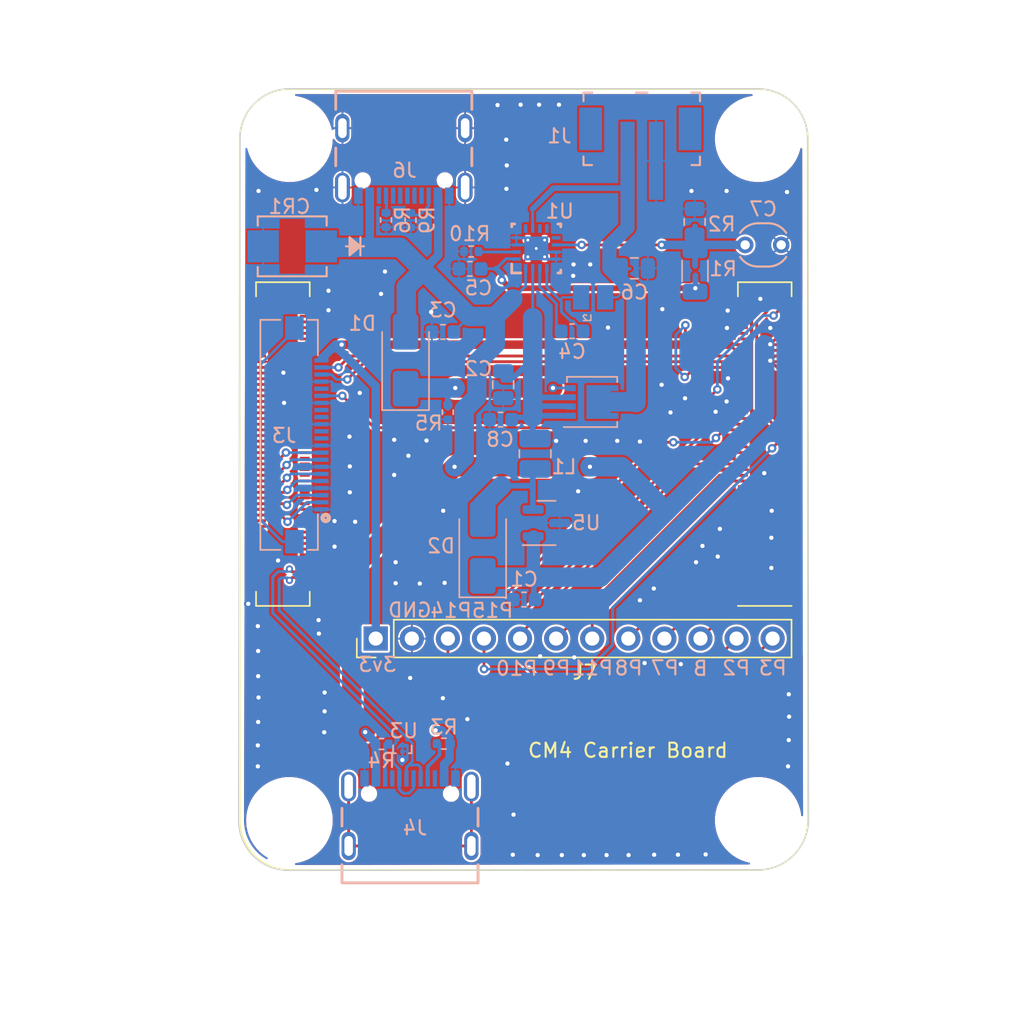
<source format=kicad_pcb>
(kicad_pcb (version 20221018) (generator pcbnew)
  (title_block (title "Raspberry Pi Compute Module 4 Carrier board") (date "2023-07-04") (rev "v01") (comment 2 "creativecommons.org/licenses/by/4.0/") (comment 3 "License: CC BY 4.0") (comment 4 "Author: Iiro Karppanen"))
  (layers (0 "F.Cu" signal) (31 "B.Cu" signal) (34 "B.Paste" user) (35 "F.Paste" user) (36 "B.SilkS" user "B.Silkscreen") (37 "F.SilkS" user "F.Silkscreen") (38 "B.Mask" user) (39 "F.Mask" user) (44 "Edge.Cuts" user))
  (net 0 "")
  (net 1 "+5V")
  (net 2 "GND")
  (net 3 "/CM4 GPIO and power pins/PMID")
  (net 4 "Net-(U1-BTST)")
  (net 5 "Net-(U1-SW)")
  (net 6 "/CM4 GPIO and power pins/REGN")
  (net 7 "Net-(Q1-D)")
  (net 8 "/CM4 GPIO and power pins/TS")
  (net 9 "Net-(D1-K)")
  (net 10 "Net-(D2-A)")
  (net 11 "unconnected-(J3-SHIELD-PadSH1)")
  (net 12 "/CM4 Camera pins/CAM0_D0_N")
  (net 13 "/CM4 Camera pins/CAM0_D0_P")
  (net 14 "/CM4 Camera pins/CAM0_D1_N")
  (net 15 "/CM4 Camera pins/CAM0_D1_P")
  (net 16 "/CM4 Camera pins/CAM0_C_N")
  (net 17 "/CM4 Camera pins/CAM0_C_P")
  (net 22 "CAM_GPIO")
  (net 24 "SCL0")
  (net 25 "SDA0")
  (net 27 "Net-(J4-SHELL_GND-PadS1)")
  (net 29 "/CM4 Camera pins/USB2_N")
  (net 30 "/CM4 Camera pins/USB2_P")
  (net 32 "Net-(J4-CC2)")
  (net 33 "Net-(J4-CC1)")
  (net 39 "Net-(J6-CC2)")
  (net 41 "Net-(J6-CC1)")
  (net 43 "+3.3V")
  (net 44 "/CM4 GPIO and power pins/GPIO14")
  (net 45 "/CM4 GPIO and power pins/GPIO15")
  (net 46 "/CM4 GPIO and power pins/GPIO10")
  (net 47 "/CM4 GPIO and power pins/GPIO9")
  (net 48 "/CM4 GPIO and power pins/GPIO11")
  (net 49 "/CM4 GPIO and power pins/GPIO8")
  (net 50 "/CM4 GPIO and power pins/GPIO7")
  (net 51 "/CM4 GPIO and power pins/nRPIBOOT")
  (net 52 "/CM4 GPIO and power pins/GPIO2")
  (net 53 "/CM4 GPIO and power pins/GPIO3")
  (net 169 "Net-(U1-ICHG_EN)")
  (footprint "Connector_PinHeader_2.54mm:PinHeader_1x12_P2.54mm_Vertical" (layer "F.Cu") (at 136.075 117.2 90)
    (fp_text reference "J7")
    (fp_text value "Conn_01x12_Pin")
  )
  (footprint "CM4IO:Raspberry-Pi-4-Compute-Module" (layer "F.Cu") (at 163 82 180)
    (fp_text reference "Module1" hide)
    (fp_text value "ComputeModule4-CM4")
  )
  (footprint "Resistor_SMD:R_0402_1005Metric" (layer "B.Cu") (at 136.8 87.72 90)
    (fp_text reference "R6")
    (fp_text value "5.1kΩ")
  )
  (footprint "Resistor_SMD:R_0805_2012Metric" (layer "B.Cu") (at 158.525 87.855 90)
    (fp_text reference "R2")
    (fp_text value "22")
  )
  (footprint "Package_TO_SOT_SMD:SOT-23" (layer "B.Cu") (at 148.0925 109.06)
    (fp_text reference "U5")
    (fp_text value "TPS613222ADBZ")
  )
  (footprint "Resistor_SMD:R_1206_3216Metric" (layer "B.Cu") (at 158.55 91.305 90)
    (fp_text reference "R1")
    (fp_text value "4.53")
  )
  (footprint "Resistor_SMD:R_0402_1005Metric" (layer "B.Cu") (at 141.15 101.255 90)
    (fp_text reference "R5")
    (fp_text value "1.1")
  )
  (footprint "BQ25302:RTE0016C" (layer "B.Cu") (at 147.375 89.724997)
    (fp_text reference "U1")
    (fp_text value "BQ25302RTER")
  )
  (footprint "thermistor:CAP_E3C90173_VIS" (layer "B.Cu") (at 163.35 89.475)
    (fp_text reference "C7")
    (fp_text value "NTCLE101E3C90173")
  )
  (footprint "Capacitor_SMD:C_0805_2012Metric" (layer "B.Cu") (at 154.28 91.125)
    (fp_text reference "C6")
    (fp_text value "10uF")
  )
  (footprint "Capacitor_SMD:C_0603_1608Metric" (layer "B.Cu") (at 140.8046 95.6056 180)
    (fp_text reference "C3")
    (fp_text value "2.2uF")
  )
  (footprint "USB4105-GF-A:GCT_USB4105-GF-A" (layer "B.Cu") (at 138.4875 131.805 180)
    (fp_text reference "J4")
    (fp_text value "USB4105-GF-A")
  )
  (footprint "Package_TO_SOT_SMD:Texas_DRT-3" (layer "B.Cu") (at 137.95 124.725)
    (fp_text reference "U3")
    (fp_text value "TPD2EUSB30")
  )
  (footprint "MAKK2016T1R0M:INDC2016X100N" (layer "B.Cu") (at 151.3752 93.1672)
    (fp_text reference "L2")
    (fp_text value "MAKK2016T1R0M")
  )
  (footprint "Resistor_SMD:R_0402_1005Metric" (layer "B.Cu") (at 140.87 124.6 180)
    (fp_text reference "R3")
    (fp_text value "56kΩ")
  )
  (footprint "Capacitor_SMD:C_0603_1608Metric" (layer "B.Cu") (at 146.5196 114.4524 180)
    (fp_text reference "C1")
    (fp_text value "22uF")
  )
  (footprint "Capacitor_SMD:C_0603_1608Metric" (layer "B.Cu") (at 144.8692 101.7778 180)
    (fp_text reference "C8")
    (fp_text value "2.2uF")
  )
  (footprint "USB4105-GF-A:GCT_USB4105-GF-A" (layer "B.Cu") (at 138.05 81.25)
    (fp_text reference "J6")
    (fp_text value "USB4105-GF-A")
  )
  (footprint "SMBJ5-0A-TR:SMB_STM" (layer "B.Cu") (at 130.1947 89.575 180)
    (fp_text reference "CR1")
    (fp_text value "SMBJ5.0A-TR")
  )
  (footprint "Resistor_SMD:R_0402_1005Metric" (layer "B.Cu") (at 138.525 87.73 90)
    (fp_text reference "R9")
    (fp_text value "5.1kΩ")
  )
  (footprint "Capacitor_SMD:C_0603_1608Metric" (layer "B.Cu") (at 142.7096 91.1606 180)
    (fp_text reference "C5")
    (fp_text value "2.2u")
  )
  (footprint "digikey-footprints:PinHeader_1x2_P2mm" (layer "B.Cu") (at 154.8 83.55 180)
    (fp_text reference "J1")
    (fp_text value "B2B-PH-SM4-TB_LF__SN_")
  )
  (footprint "54548-2271:MOLEX_54548-2271" (layer "B.Cu") (at 132.2528 102.85225 90)
    (fp_text reference "J3")
    (fp_text value "54548-2271")
  )
  (footprint "Capacitor_SMD:C_0603_1608Metric" (layer "B.Cu") (at 149.8978 95.5548)
    (fp_text reference "C4")
    (fp_text value "47nF")
  )
  (footprint "Capacitor_SMD:C_0805_2012Metric" (layer "B.Cu") (at 145.05 99.32 -90)
    (fp_text reference "C2")
    (fp_text value "10uF")
  )
  (footprint "Resistor_SMD:R_0402_1005Metric" (layer "B.Cu") (at 136.48 124.625)
    (fp_text reference "R4")
    (fp_text value "56kΩ")
  )
  (footprint "Diode_SMD:D_SMA" (layer "B.Cu") (at 143.605 110.785 90)
    (fp_text reference "D2")
    (fp_text value "CDBA340-HF")
  )
  (footprint "Package_SON:Diodes_PowerDI3333-8" (layer "B.Cu") (at 151.305 100.535)
    (fp_text reference "Q1" hide)
    (fp_text value "DMP3013SFV")
  )
  (footprint "Diode_SMD:D_SMA" (layer "B.Cu") (at 138.175 97.6 90)
    (fp_text reference "D1")
    (fp_text value "CDBA340-HF")
  )
  (footprint "Resistor_SMD:R_0402_1005Metric" (layer "B.Cu") (at 142.7968 89.9414)
    (fp_text reference "R10")
    (fp_text value "20kΩ")
  )
  (footprint "Inductor_SMD:L_1008_2520Metric" (layer "B.Cu") (at 147.2946 104.1826 90)
    (fp_text reference "L1")
    (fp_text value "1.5uH")
  )
  (gr_line (start 166.538702 129.942352) (end 166.475126 81.974874) (stroke (width 0.1)) (layer "Edge.Cuts"))
  (gr_arc (start 126.524874 81.974874) (mid 127.55 79.5) (end 130.024874 78.474874) (stroke (width 0.1)) (layer "Edge.Cuts"))
  (gr_line (start 126.524874 81.974874) (end 126.424874 130.025126) (stroke (width 0.1)) (layer "Edge.Cuts"))
  (gr_line (start 129.924874 133.525126) (end 162.992352 133.488702) (stroke (width 0.1)) (layer "Edge.Cuts"))
  (gr_arc (start 129.924874 133.525126) (mid 127.45 132.5) (end 126.424874 130.025126) (stroke (width 0.1)) (layer "Edge.Cuts"))
  (gr_line (start 162.975126 78.474874) (end 130.024874 78.474874) (stroke (width 0.1)) (layer "Edge.Cuts"))
  (gr_arc (start 166.538702 129.942352) (mid 165.5 132.45) (end 162.992352 133.488702) (stroke (width 0.1)) (layer "Edge.Cuts"))
  (gr_arc (start 162.975126 78.474874) (mid 165.45 79.5) (end 166.475126 81.974874) (stroke (width 0.1)) (layer "Edge.Cuts"))
  (gr_text "P9\n" (at 148.8 119.275) (layer "B.SilkS") (effects (font (size 1 1)) (justify mirror)))
  (gr_text "P3\n" (at 164.025 119.275) (layer "B.SilkS") (effects (font (size 1 1)) (justify mirror)))
  (gr_text "GND" (at 138.475 115.2) (layer "B.SilkS") (effects (font (size 1 1)) (justify mirror)))
  (gr_text "P7\n\n" (at 156.425 120.075) (layer "B.SilkS") (effects (font (size 1 1)) (justify mirror)))
  (gr_text "P14\n" (at 141.375 115.225) (layer "B.SilkS") (effects (font (size 1 1)) (justify mirror)))
  (gr_text "P10" (at 146 119.3) (layer "B.SilkS") (effects (font (size 1 1)) (justify mirror)))
  (gr_text "P15" (at 144.3 115.225) (layer "B.SilkS") (effects (font (size 1 1)) (justify mirror)))
  (gr_text "P8\n" (at 153.875 119.275) (layer "B.SilkS") (effects (font (size 1 1)) (justify mirror)))
  (gr_text "3v3" (at 136.2 119.025) (layer "B.SilkS") (effects (font (size 1 1)) (justify mirror)))
  (gr_text "P11\n" (at 151.325 119.275) (layer "B.SilkS") (effects (font (size 1 1)) (justify mirror)))
  (gr_text "B" (at 158.925 119.3) (layer "B.SilkS") (effects (font (size 1 1)) (justify mirror)))
  (gr_text "P2\n\n" (at 161.45 120.075) (layer "B.SilkS") (effects (font (size 1 1)) (justify mirror)))
  (gr_text "CM4 Carrier Board" (at 153.825 125.075) (layer "F.SilkS") (effects (font (size 1 1))))
  (segment (start 164.175 97.3) (end 163.85 97.625) (width 0.2) (layer "F.Cu") (net 1))
  (segment (start 134.389085 112.335911) (end 141.62501 105.099986) (width 1.36703) (layer "F.Cu") (net 1))
  (segment (start 151.15 105.1) (end 141.625024 105.1) (width 1.36703) (layer "F.Cu") (net 1))
  (segment (start 165 98.1) (end 164.325 98.1) (width 0.2) (layer "F.Cu") (net 1))
  (segment (start 165 96.5) (end 163.875 96.5) (width 0.2) (layer "F.Cu") (net 1))
  (segment (start 163.85 96.975) (end 163.85 96.475) (width 0.2) (layer "F.Cu") (net 1))
  (segment (start 165 97.3) (end 164.175 97.3) (width 0.2) (layer "F.Cu") (net 1))
  (segment (start 164.225 96.1) (end 163.85 96.475) (width 0.2) (layer "F.Cu") (net 1))
  (segment (start 165 96.1) (end 164.225 96.1) (width 0.2) (layer "F.Cu") (net 1))
  (segment (start 134.389085 122.844585) (end 134.389085 112.335911) (width 1.36703) (layer "F.Cu") (net 1))
  (segment (start 164.325 98.1) (end 163.85 97.625) (width 0.2) (layer "F.Cu") (net 1))
  (segment (start 141.625024 105.1) (end 141.62501 105.099986) (width 1.36703) (layer "F.Cu") (net 1))
  (segment (start 163.925 97.7) (end 163.85 97.625) (width 0.2) (layer "F.Cu") (net 1))
  (segment (start 165.000053 96.500053) (end 165 96.5) (width 0.2) (layer "F.Cu") (net 1))
  (segment (start 165 97.7) (end 163.925 97.7) (width 0.2) (layer "F.Cu") (net 1))
  (segment (start 163.925 96.9) (end 163.85 96.975) (width 0.2) (layer "F.Cu") (net 1))
  (segment (start 134.389085 122.844585) (end 135.33475 123.79025) (width 1.36703) (layer "F.Cu") (net 1))
  (segment (start 163.85 97.625) (end 163.85 96.975) (width 0.2) (layer "F.Cu") (net 1))
  (segment (start 165 96.9) (end 163.925 96.9) (width 0.2) (layer "F.Cu") (net 1))
  (segment (start 163.875 96.5) (end 163.85 96.475) (width 0.2) (layer "F.Cu") (net 1))
  (via (at 163.85 96.475) (size 0.6) (drill 0.3) (layers "F.Cu" "B.Cu") (net 1))
  (via (at 140.28975 123.66025) (size 0.6) (drill 0.3) (layers "F.Cu" "B.Cu") (net 1))
  (via (at 163.85 97.625) (size 0.6) (drill 0.3) (layers "F.Cu" "B.Cu") (net 1))
  (via (at 141.62501 105.099986) (size 0.6) (drill 0.3) (layers "F.Cu" "B.Cu") (net 1))
  (via (at 151.15 105.1) (size 0.6) (drill 0.3) (layers "F.Cu" "B.Cu") (net 1))
  (via (at 135.33475 123.79025) (size 0.59) (drill 0.3) (layers "F.Cu" "B.Cu") (net 1))
  (segment (start 144.4875 96.4625) (end 143.19443 97.75557) (width 1.36703) (layer "B.Cu") (net 1))
  (segment (start 139.4125 91.2625) (end 142.6625 94.5125) (width 1.36703) (layer "B.Cu") (net 1))
  (segment (start 141.3 95.625) (end 141.55 95.625) (width 0.2) (layer "B.Cu") (net 1))
  (segment (start 142.6625 94.5125) (end 143.4 94.5125) (width 1.36703) (layer "B.Cu") (net 1))
  (segment (start 141.2649 124.2149) (end 140.71025 123.66025) (width 0.6) (layer "B.Cu") (net 1))
  (segment (start 147.4 112.875) (end 151.9 112.875) (width 1.36703) (layer "B.Cu") (net 1))
  (segment (start 147.2 114.525) (end 147.2 113.075) (width 0.4) (layer "B.Cu") (net 1))
  (segment (start 143.5 94.6125) (end 143.4 94.5125) (width 0.2) (layer "B.Cu") (net 1))
  (segment (start 146.625 91) (end 146.625 92.375) (width 0.2) (layer "B.Cu") (net 1))
  (segment (start 135.4 89.65) (end 137.8 89.65) (width 1.36703) (layer "B.Cu") (net 1))
  (segment (start 136.0951 127.2455) (end 136.0951 124.5506) (width 0.6) (layer "B.Cu") (net 1))
  (segment (start 142.4125 94.5125) (end 142.6625 94.5125) (width 0.2) (layer "B.Cu") (net 1))
  (segment (start 143.6 112.875) (end 147.4 112.875) (width 1.36703) (layer "B.Cu") (net 1))
  (segment (start 140.475 90.2) (end 139.4125 91.2625) (width 0.6) (layer "B.Cu") (net 1))
  (segment (start 140.8948 126.044439) (end 141.2649 125.674339) (width 0.6) (layer "B.Cu") (net 1))
  (segment (start 140.475 86.025) (end 140.475 90.2) (width 0.6) (layer "B.Cu") (net 1))
  (segment (start 151.9 112.875) (end 156.525 108.25) (width 1.36703) (layer "B.Cu") (net 1))
  (segment (start 135.65 86.025) (end 135.65 89.4) (width 0.6) (layer "B.Cu") (net 1))
  (segment (start 143.4 94.5125) (end 144.4875 94.5125) (width 1.36703) (layer "B.Cu") (net 1))
  (segment (start 140.8948 127.2718) (end 140.8948 126.044439) (width 0.6) (layer "B.Cu") (net 1))
  (segment (start 156.525 108.25) (end 153.375 105.1) (width 1.36703) (layer "B.Cu") (net 1))
  (segment (start 136.0942 127.2464) (end 136.0951 127.2455) (width 0.6) (layer "B.Cu") (net 1))
  (segment (start 132.05 89.65) (end 135.4 89.65) (width 1.36703) (layer "B.Cu") (net 1))
  (segment (start 136.0951 124.5506) (end 135.33475 123.79025) (width 0.6) (layer "B.Cu") (net 1))
  (segment (start 141.55 95.625) (end 142.6625 94.5125) (width 0.2) (layer "B.Cu") (net 1))
  (segment (start 163.45 101.325) (end 163.45 97.85) (width 1.36703) (layer "B.Cu") (net 1))
  (segment (start 138.225 92.45) (end 139.4125 91.2625) (width 1.36703) (layer "B.Cu") (net 1))
  (segment (start 147.175 110.05) (end 147.175 112.65) (width 0.95) (layer "B.Cu") (net 1))
  (segment (start 145.725 93.275) (end 144.4875 94.5125) (width 1.36703) (layer "B.Cu") (net 1))
  (segment (start 140.71025 123.66025) (end 140.28975 123.66025) (width 0.6) (layer "B.Cu") (net 1))
  (segment (start 147.2 113.075) (end 147.4 112.875) (width 0.4) (layer "B.Cu") (net 1))
  (segment (start 146.625 92.375) (end 145.725 93.275) (width 0.2) (layer "B.Cu") (net 1))
  (segment (start 163.450053 96.500053) (end 163.45 96.5) (width 0.4) (layer "B.Cu") (net 1))
  (segment (start 142.305915 101.067884) (end 142.305915 104.419081) (width 1.36703) (layer "B.Cu") (net 1))
  (segment (start 143.19443 100.179369) (end 142.305915 101.067884) (width 1.36703) (layer "B.Cu") (net 1))
  (segment (start 156.525 108.25) (end 163.45 101.325) (width 1.36703) (layer "B.Cu") (net 1))
  (segment (start 147.175 112.65) (end 147.4 112.875) (width 0.95) (layer "B.Cu") (net 1))
  (segment (start 144.4875 94.5125) (end 144.4875 96.4625) (width 1.36703) (layer "B.Cu") (net 1))
  (segment (start 142.305915 104.419081) (end 141.62501 105.099986) (width 1.36703) (layer "B.Cu") (net 1))
  (segment (start 135.65 89.4) (end 135.4 89.65) (width 0.6) (layer "B.Cu") (net 1))
  (segment (start 143.19443 97.75557) (end 143.19443 100.179369) (width 1.36703) (layer "B.Cu") (net 1))
  (segment (start 153.375 105.1) (end 151.15 105.1) (width 1.36703) (layer "B.Cu") (net 1))
  (segment (start 137.8 89.65) (end 139.4125 91.2625) (width 1.36703) (layer "B.Cu") (net 1))
  (segment (start 138.225 95.65) (end 138.225 92.45) (width 1.36703) (layer "B.Cu") (net 1))
  (segment (start 141.2649 125.674339) (end 141.2649 124.2149) (width 0.6) (layer "B.Cu") (net 1))
  (segment (start 163.45 97.2) (end 163.45 97.85) (width 1.36703) (layer "B.Cu") (net 1))
  (segment (start 163.45 96.5) (end 163.45 97.2) (width 1.36703) (layer "B.Cu") (net 1))
  (via (at 165.15 124.35) (size 0.6) (drill 0.3) (layers "F.Cu" "B.Cu") (net 2))
  (via (at 137.375 105.675) (size 0.6) (drill 0.3) (layers "F.Cu" "B.Cu") (net 2))
  (via (at 132.75 94.075) (size 0.6) (drill 0.3) (layers "F.Cu" "B.Cu") (net 2))
  (via (at 145.725 132.425) (size 0.6) (drill 0.3) (layers "F.Cu" "B.Cu") (net 2))
  (via (at 134.25 106.9) (size 0.6) (drill 0.3) (layers "F.Cu" "B.Cu") (net 2))
  (via (at 157.85 100.275) (size 0.6) (drill 0.3) (layers "F.Cu" "B.Cu") (net 2))
  (via (at 127.825 85.675) (size 0.6) (drill 0.3) (layers "F.Cu" "B.Cu") (net 2))
  (via (at 147.575 79.6) (size 0.6) (drill 0.3) (layers "F.Cu" "B.Cu") (net 2))
  (via (at 132.05 115.9) (size 0.6) (drill 0.3) (layers "F.Cu" "B.Cu") (net 2))
  (via (at 132.075 116.85) (size 0.6) (drill 0.3) (layers "F.Cu" "B.Cu") (net 2))
  (via (at 153.075 103.275) (size 0.6) (drill 0.3) (layers "F.Cu" "B.Cu") (net 2))
  (via (at 158.3 85.675) (size 0.6) (drill 0.3) (layers "F.Cu" "B.Cu") (net 2))
  (via (at 160.775 85.675) (size 0.6) (drill 0.3) (layers "F.Cu" "B.Cu") (net 2))
  (via (at 127.8 123.075) (size 0.6) (drill 0.3) (layers "F.Cu" "B.Cu") (net 2))
  (via (at 155 118.925) (size 0.6) (drill 0.3) (layers "F.Cu" "B.Cu") (net 2))
  (via (at 137.375 103.2) (size 0.6) (drill 0.3) (layers "F.Cu" "B.Cu") (net 2))
  (via (at 151.175 90.85) (size 0.6) (drill 0.3) (layers "F.Cu" "B.Cu") (net 2))
  (via (at 132.475 121) (size 0.6) (drill 0.3) (layers "F.Cu" "B.Cu") (net 2))
  (via (at 139.65 103.25) (size 0.6) (drill 0.3) (layers "F.Cu" "B.Cu") (net 2))
  (via (at 140.925 113.275) (size 0.6) (drill 0.3) (layers "F.Cu" "B.Cu") (net 2))
  (via (at 163.925 112.225) (size 0.6) (drill 0.3) (layers "F.Cu" "B.Cu") (net 2))
  (via (at 139.175 113.325) (size 0.6) (drill 0.3) (layers "F.Cu" "B.Cu") (net 2))
  (via (at 146.275 79.6) (size 0.6) (drill 0.3) (layers "F.Cu" "B.Cu") (net 2))
  (via (at 149.975 91.65) (size 0.6) (drill 0.3) (layers "F.Cu" "B.Cu") (net 2))
  (via (at 163.925 110.1) (size 0.6) (drill 0.3) (layers "F.Cu" "B.Cu") (net 2))
  (via (at 138.5 119.975) (size 0.6) (drill 0.3) (layers "F.Cu" "B.Cu") (net 2))
  (via (at 127.775 116.325) (size 0.6) (drill 0.3) (layers "F.Cu" "B.Cu") (net 2))
  (via (at 156.25 94) (size 0.6) (drill 0.3) (layers "F.Cu" "B.Cu") (net 2))
  (via (at 145.275 85.525) (size 0.6) (drill 0.3) (layers "F.Cu" "B.Cu") (net 2))
  (via (at 134.95 99.9) (size 0.6) (drill 0.3) (layers "F.Cu" "B.Cu") (net 2))
  (via (at 150.85 103.275) (size 0.6) (drill 0.3) (layers "F.Cu" "B.Cu") (net 2))
  (via (at 154.675 114.5) (size 0.6) (drill 0.3) (layers "F.Cu" "B.Cu") (net 2))
  (via (at 160.85 94.1) (size 0.6) (drill 0.3) (layers "F.Cu" "B.Cu") (net 2))
  (via (at 132.75 92.7) (size 0.6) (drill 0.3) (layers "F.Cu" "B.Cu") (net 2))
  (via (at 134.225 102.975) (size 0.6) (drill 0.3) (layers "F.Cu" "B.Cu") (net 2))
  (via (at 160.15 111.425) (size 0.6) (drill 0.3) (layers "F.Cu" "B.Cu") (net 2))
  (via (at 163.85 95.325) (size 0.6) (drill 0.3) (layers "F.Cu" "B.Cu") (net 2))
  (via (at 150.725 132.45) (size 0.6) (drill 0.3) (layers "F.Cu" "B.Cu") (net 2))
  (via (at 127.825 121.35) (size 0.6) (drill 0.3) (layers "F.Cu" "B.Cu") (net 2))
  (via (at 165.175 122.7) (size 0.6) (drill 0.3) (layers "F.Cu" "B.Cu") (net 2))
  (via (at 129.575 98.475) (size 0.6) (drill 0.3) (layers "F.Cu" "B.Cu") (net 2))
  (via (at 132.475 122.325) (size 0.6) (drill 0.3) (layers "F.Cu" "B.Cu") (net 2))
  (via (at 145.3 83.875) (size 0.6) (drill 0.3) (layers "F.Cu" "B.Cu") (net 2))
  (via (at 127.8 119.85) (size 0.6) (drill 0.3) (layers "F.Cu" "B.Cu") (net 2))
  (via (at 159.3 132.4) (size 0.6) (drill 0.3) (layers "F.Cu" "B.Cu") (net 2))
  (via (at 158.625 111.825) (size 0.6) (drill 0.3) (layers "F.Cu" "B.Cu") (net 2))
  (via (at 160 101.225) (size 0.6) (drill 0.3) (layers "F.Cu" "B.Cu") (net 2))
  (via (at 145.775 129.6) (size 0.6) (drill 0.3) (layers "F.Cu" "B.Cu") (net 2))
  (via (at 155.65 113.675) (size 0.6) (drill 0.3) (layers "F.Cu" "B.Cu") (net 2))
  (via (at 129.625 100.6) (size 0.6) (drill 0.3) (layers "F.Cu" "B.Cu") (net 2))
  (via (at 133.175 110.725) (size 0.6) (drill 0.3) (layers "F.Cu" "B.Cu") (net 2))
  (via (at 138.375 104.325) (size 0.6) (drill 0.3) (layers "F.Cu" "B.Cu") (net 2))
  (via (at 134.25 105.075) (size 0.6) (drill 0.3) (layers "F.Cu" "B.Cu") (net 2))
  (via (at 144.65 79.625) (size 0.6) (drill 0.3) (layers "F.Cu" "B.Cu") (net 2))
  (via (at 163.15 93.275) (size 0.6) (drill 0.3) (layers "F.Cu" "B.Cu") (net 2))
  (via (at 145.35 126) (size 0.6) (drill 0.3) (layers "F.Cu" "B.Cu") (net 2))
  (via (at 163.95 108.2) (size 0.6) (drill 0.3) (layers "F.Cu" "B.Cu") (net 2))
  (via (at 136.725 91.35) (size 0.6) (drill 0.3) (layers "F.Cu" "B.Cu") (net 2))
  (via (at 140.8 121.4) (size 0.6) (drill 0.3) (layers "F.Cu" "B.Cu") (net 2))
  (via (at 131.9 85.6) (size 0.6) (drill 0.3) (layers "F.Cu" "B.Cu") (net 2))
  (via (at 150 90.85) (size 0.6) (drill 0.3) (layers "F.Cu" "B.Cu") (net 2))
  (via (at 147.65 118.45) (size 0.6) (drill 0.3) (layers "F.Cu" "B.Cu") (net 2))
  (via (at 132.45 123.8) (size 0.6) (drill 0.3) (layers "F.Cu" "B.Cu") (net 2))
  (via (at 145.262537 82.059813) (size 0.6) (drill 0.3) (layers "F.Cu" "B.Cu") (net 2))
  (via (at 133.175 108.925) (size 0.6) (drill 0.3) (layers "F.Cu" "B.Cu") (net 2))
  (via (at 136.45 92.925) (size 0.6) (drill 0.3) (layers "F.Cu" "B.Cu") (net 2))
  (via (at 153.875 132.45) (size 0.6) (drill 0.3) (layers "F.Cu" "B.Cu") (net 2))
  (via (at 160.3 109.475) (size 0.6) (drill 0.3) (layers "F.Cu" "B.Cu") (net 2))
  (via (at 152.425 95.3) (size 0.6) (drill 0.3) (layers "F.Cu" "B.Cu") (net 2))
  (via (at 160.875 98.875) (size 0.6) (drill 0.3) (layers "F.Cu" "B.Cu") (net 2))
  (via (at 157.55 119) (size 0.6) (drill 0.3) (layers "F.Cu" "B.Cu") (net 2))
  (via (at 154.675 103.325) (size 0.6) (drill 0.3) (layers "F.Cu" "B.Cu") (net 2))
  (via (at 157.35 132.425) (size 0.6) (drill 0.3) (layers "F.Cu" "B.Cu") (net 2))
  (via (at 148.975 79.6) (size 0.6) (drill 0.3) (layers "F.Cu" "B.Cu") (net 2))
  (via (at 156.2 99.325) (size 0.6) (drill 0.3) (layers "F.Cu" "B.Cu") (net 2))
  (via (at 165.15 121.125) (size 0.6) (drill 0.3) (layers "F.Cu" "B.Cu") (net 2))
  (via (at 160.8 95.325) (size 0.6) (drill 0.3) (layers "F.Cu" "B.Cu") (net 2))
  (via (at 150.325 106.825) (size 0.6) (drill 0.3) (layers "F.Cu" "B.Cu") (net 2))
  (via (at 148.775 103.275) (size 0.6) (drill 0.3) (layers "F.Cu" "B.Cu") (net 2))
  (via (at 139.975 94.2) (size 0.6) (drill 0.3) (layers "F.Cu" "B.Cu") (net 2))
  (via (at 127.8 118.075) (size 0.6) (drill 0.3) (layers "F.Cu" "B.Cu") (net 2))
  (via (at 163.425 105.55) (size 0.6) (drill 0.3) (layers "F.Cu" "B.Cu") (net 2))
  (via (at 142.525 122.875) (size 0.6) (drill 0.3) (layers "F.Cu" "B.Cu") (net 2))
  (via (at 127.1 114.75) (size 0.6) (drill 0.3) (layers "F.Cu" "B.Cu") (net 2))
  (via (at 152.325 132.45) (size 0.6) (drill 0.3) (layers "F.Cu" "B.Cu") (net 2))
  (via (at 127.775 126.2) (size 0.6) (drill 0.3) (layers "F.Cu" "B.Cu") (net 2))
  (via (at 149.175 132.45) (size 0.6) (drill 0.3) (layers "F.Cu" "B.Cu") (net 2))
  (via (at 134.625 108.975) (size 0.6) (drill 0.3) (layers "F.Cu" "B.Cu") (net 2))
  (via (at 165.025 85.75) (size 0.6) (drill 0.3) (layers "F.Cu" "B.Cu") (net 2))
  (via (at 160.775 100.5) (size 0.6) (drill 0.3) (layers "F.Cu" "B.Cu") (net 2))
  (via (at 156.825 101.275) (size 0.6) (drill 0.3) (layers "F.Cu" "B.Cu") (net 2))
  (via (at 140.825 108.2) (size 0.6) (drill 0.3) (layers "F.Cu" "B.Cu") (net 2))
  (via (at 129.2 111.7) (size 0.6) (drill 0.3) (layers "F.Cu" "B.Cu") (net 2))
  (via (at 137.95 125.75) (size 0.6) (drill 0.3) (layers "F.Cu" "B.Cu") (net 2))
  (via (at 165.1 126.2) (size 0.6) (drill 0.3) (layers "F.Cu" "B.Cu") (net 2))
  (via (at 155.675 132.425) (size 0.6) (drill 0.3) (layers "F.Cu" "B.Cu") (net 2))
  (via (at 127.775 124.725) (size 0.6) (drill 0.3) (layers "F.Cu" "B.Cu") (net 2))
  (via (at 147.475 132.45) (size 0.6) (drill 0.3) (layers "F.Cu" "B.Cu") (net 2))
  (via (at 159.075 110.675) (size 0.6) (drill 0.3) (layers "F.Cu" "B.Cu") (net 2))
  (via (at 150.05 118.525) (size 0.6) (drill 0.3) (layers "F.Cu" "B.Cu") (net 2))
  (via (at 137.475 113.3) (size 0.6) (drill 0.3) (layers "F.Cu" "B.Cu") (net 2))
  (via (at 137.475 111.825) (size 0.6) (drill 0.3) (layers "F.Cu" "B.Cu") (net 2))
  (segment (start 145.975 89.475) (end 147.125 89.475) (width 0.2) (layer "B.Cu") (net 2))
  (segment (start 148.775 90.475001) (end 148.125004 90.475001) (width 0.2) (layer "B.Cu") (net 2))
  (segment (start 146.625004 88.975001) (end 147.375003 89.725) (width 0.2) (layer "B.Cu") (net 2))
  (segment (start 148.775 89.975002) (end 147.625005 89.975002) (width 0.2) (layer "B.Cu") (net 2))
  (segment (start 145.975 88.975001) (end 146.625004 88.975001) (width 0.2) (layer "B.Cu") (net 2))
  (segment (start 148.125004 90.475001) (end 147.375003 89.725) (width 0.2) (layer "B.Cu") (net 2))
  (segment (start 147.625005 89.975002) (end 147.375003 89.725) (width 0.2) (layer "B.Cu") (net 2))
  (segment (start 147.125 89.475) (end 147.375 89.725) (width 0.2) (layer "B.Cu") (net 2))
  (segment (start 149.805 100.21) (end 147.225 100.21) (width 0.4) (layer "B.Cu") (net 3))
  (segment (start 147.125 90.925) (end 147.125 94.6) (width 0.2) (layer "B.Cu") (net 3))
  (segment (start 145.797 101.625) (end 145.6442 101.7778) (width 0.4) (layer "B.Cu") (net 3))
  (segment (start 146.9722 101.7778) (end 147.125 101.625) (width 0.1524) (layer "B.Cu") (net 3))
  (segment (start 147.125 97.475) (end 147.125 94.6) (width 1.36703) (layer "B.Cu") (net 3))
  (segment (start 147.15 100.835) (end 147.125 100.86) (width 0.4) (layer "B.Cu") (net 3))
  (segment (start 149.755 101.51) (end 147.24 101.51) (width 0.4) (layer "B.Cu") (net 3))
  (segment (start 147.13 101.63) (end 147.125 101.625) (width 0.4) (layer "B.Cu") (net 3))
  (segment (start 147.125 101.625) (end 145.797 101.625) (width 0.4) (layer "B.Cu") (net 3))
  (segment (start 149.805 100.835) (end 147.15 100.835) (width 0.4) (layer "B.Cu") (net 3))
  (segment (start 147.125 102.938) (end 147.2946 103.1076) (width 0.4) (layer "B.Cu") (net 3))
  (segment (start 147.125 100.11) (end 147.125 100.86) (width 1.36703) (layer "B.Cu") (net 3))
  (segment (start 147.125 97.475) (end 147.125 100.11) (width 1.36703) (layer "B.Cu") (net 3))
  (segment (start 147.125 100.86) (end 147.125 101.625) (width 1.36703) (layer "B.Cu") (net 3))
  (segment (start 147.225 100.21) (end 147.125 100.11) (width 0.4) (layer "B.Cu") (net 3))
  (segment (start 145.05 98.975) (end 145.625 98.975) (width 0.4) (layer "B.Cu") (net 3))
  (segment (start 145.625 98.975) (end 147.125 97.475) (width 0.4) (layer "B.Cu") (net 3))
  (segment (start 147.125 101.625) (end 147.125 102.938) (width 0.4) (layer "B.Cu") (net 3))
  (segment (start 147.24 101.51) (end 147.125 101.625) (width 0.4) (layer "B.Cu") (net 3))
  (segment (start 147.6175 91.135) (end 147.6175 92.435) (width 0.2) (layer "B.Cu") (net 4))
  (segment (start 147.6175 92.435) (end 148.7925 93.61) (width 0.2) (layer "B.Cu") (net 4))
  (segment (start 148.7925 93.61) (end 148.7925 95.2245) (width 0.2) (layer "B.Cu") (net 4))
  (segment (start 148.7925 95.2245) (end 149.1228 95.5548) (width 0.2) (layer "B.Cu") (net 4))
  (segment (start 149.1449 93.464031) (end 149.036534 93.355666) (width 0.2) (layer "B.Cu") (net 5))
  (segment (start 149.1449 94.1793) (end 149.1449 93.464031) (width 0.2) (layer "B.Cu") (net 5))
  (segment (start 149.225 93.1672) (end 149.036534 93.355666) (width 0.1524) (layer "B.Cu") (net 5))
  (segment (start 149.9454 94.8274) (end 149.793 94.8274) (width 0.2) (layer "B.Cu") (net 5))
  (segment (start 148.1175 92.436632) (end 148.1175 91.11) (width 0.2) (layer "B.Cu") (net 5))
  (segment (start 149.793 94.8274) (end 149.1449 94.1793) (width 0.2) (layer "B.Cu") (net 5))
  (segment (start 149.036534 93.355666) (end 148.1175 92.436632) (width 0.2) (layer "B.Cu") (net 5))
  (segment (start 150.5282 93.1672) (end 149.225 93.1672) (width 0.1524) (layer "B.Cu") (net 5))
  (segment (start 150.6728 95.5548) (end 149.9454 94.8274) (width 0.2) (layer "B.Cu") (net 5))
  (segment (start 145.525 92.525) (end 144.95 91.95) (width 0.4) (layer "F.Cu") (net 6))
  (segment (start 158.575 92.525) (end 145.525 92.525) (width 0.4) (layer "F.Cu") (net 6))
  (via (at 158.575 92.525) (size 0.6) (drill 0.3) (layers "F.Cu" "B.Cu") (net 6))
  (via (at 144.95 91.95) (size 0.6) (drill 0.3) (layers "F.Cu" "B.Cu") (net 6))
  (segment (start 145.25 90.45) (end 145.975 90.45) (width 0.2) (layer "B.Cu") (net 6))
  (segment (start 145.25 90.45) (end 144.55 91.15) (width 0.2) (layer "B.Cu") (net 6))
  (segment (start 144.95 91.95) (end 144.95 91.55) (width 0.4) (layer "B.Cu") (net 6))
  (segment (start 144.55 91.15) (end 143.25 91.15) (width 0.2) (layer "B.Cu") (net 6))
  (segment (start 158.575 91.625) (end 158.575 92.525) (width 0.4) (layer "B.Cu") (net 6))
  (segment (start 144.95 91.55) (end 144.55 91.15) (width 0.4) (layer "B.Cu") (net 6))
  (segment (start 145.975 90.45) (end 146 90.475) (width 0.2) (layer "B.Cu") (net 6))
  (segment (start 152.575 91.15) (end 152.525 91.1) (width 0.2) (layer "B.Cu") (net 7))
  (segment (start 152.525 91.1332) (end 152.525 91.1) (width 1) (layer "B.Cu") (net 7))
  (segment (start 147.1175 88.31) (end 147.1175 86.935) (width 0.2) (layer "B.Cu") (net 7))
  (segment (start 152.525 89.525) (end 152.525 91.1) (width 1) (layer "B.Cu") (net 7))
  (segment (start 153.0858 93.1672) (end 153.8224 92.4306) (width 0.1524) (layer "B.Cu") (net 7))
  (segment (start 152.2222 93.1672) (end 153.0858 93.1672) (width 0.1524) (layer "B.Cu") (net 7))
  (segment (start 153.975 91.15) (end 152.575 91.15) (width 0.2) (layer "B.Cu") (net 7))
  (segment (start 154.4 100.575) (end 154.35 100.525) (width 1.36703) (layer "B.Cu") (net 7))
  (segment (start 154.4 93.0082) (end 154.4 100.575) (width 1.36703) (layer "B.Cu") (net 7))
  (segment (start 148.5775 85.475) (end 153.8 85.475) (width 0.4) (layer "B.Cu") (net 7))
  (segment (start 154.35 100.525) (end 151.8 100.525) (width 1.36703) (layer "B.Cu") (net 7))
  (segment (start 152.5425 89.5425) (end 152.525 89.525) (width 0.2) (layer "B.Cu") (net 7))
  (segment (start 153.8 88.25) (end 152.525 89.525) (width 1) (layer "B.Cu") (net 7))
  (segment (start 153.8 83.2) (end 153.8 88.25) (width 1) (layer "B.Cu") (net 7))
  (segment (start 147.1175 86.935) (end 148.5775 85.475) (width 0.4) (layer "B.Cu") (net 7))
  (segment (start 153.8224 92.4306) (end 152.525 91.1332) (width 1) (layer "B.Cu") (net 7))
  (segment (start 153.8224 92.4306) (end 154.4 93.0082) (width 1.36703) (layer "B.Cu") (net 7))
  (segment (start 150.575 89.475) (end 156.2 89.475) (width 0.2) (layer "F.Cu") (net 8))
  (via (at 156.2 89.475) (size 0.6) (drill 0.3) (layers "F.Cu" "B.Cu") (net 8))
  (via (at 150.575 89.475) (size 0.6) (drill 0.3) (layers "F.Cu" "B.Cu") (net 8))
  (segment (start 158.6 89.475) (end 156.2 89.475) (width 0.6) (layer "B.Cu") (net 8))
  (segment (start 162.1 89.475) (end 158.6 89.475) (width 0.6) (layer "B.Cu") (net 8))
  (segment (start 158.55 89.525) (end 158.6 89.475) (width 0.4) (layer "B.Cu") (net 8))
  (segment (start 148.8 89.475) (end 150.575 89.475) (width 0.2) (layer "B.Cu") (net 8))
  (segment (start 158.55 90.95) (end 158.55 89.525) (width 0.4) (layer "B.Cu") (net 8))
  (segment (start 158.55 89.425) (end 158.6 89.475) (width 0.4) (layer "B.Cu") (net 8))
  (segment (start 158.55 88.175) (end 158.55 89.425) (width 0.4) (layer "B.Cu") (net 8))
  (segment (start 148.55 99.55) (end 141.675 99.55) (width 1.36703) (layer "F.Cu") (net 9))
  (via (at 141.675 99.55) (size 0.6) (drill 0.3) (layers "F.Cu" "B.Cu") (net 9))
  (via (at 148.55 99.55) (size 0.6) (drill 0.3) (layers "F.Cu" "B.Cu") (net 9))
  (segment (start 141.15 99.725) (end 140.975 99.55) (width 0.4) (layer "B.Cu") (net 9))
  (segment (start 140.975 99.55) (end 138.25 99.55) (width 1.36703) (layer "B.Cu") (net 9))
  (segment (start 149.85 99.55) (end 148.55 99.55) (width 0.2) (layer "B.Cu") (net 9))
  (segment (start 138.25 99.55) (end 138.225 99.525) (width 1.36703) (layer "B.Cu") (net 9))
  (segment (start 141.675 99.55) (end 140.975 99.55) (width 1.36703) (layer "B.Cu") (net 9))
  (segment (start 141.15 100.95) (end 141.15 99.725) (width 0.4) (layer "B.Cu") (net 9))
  (segment (start 147.13 105.4222) (end 147.2946 105.2576) (width 0.4) (layer "B.Cu") (net 10))
  (segment (start 147.13 106.435) (end 144.93 106.435) (width 0.4) (layer "B.Cu") (net 10))
  (segment (start 147.13 106.435) (end 147.13 108.01) (width 0.4) (layer "B.Cu") (net 10))
  (segment (start 147.13 106.435) (end 147.13 105.4222) (width 0.4) (layer "B.Cu") (net 10))
  (segment (start 144.93 106.435) (end 143.555 107.81) (width 1.36703) (layer "B.Cu") (net 10))
  (segment (start 143.555 107.81) (end 143.555 109.035) (width 1.36703) (layer "B.Cu") (net 10))
  (segment (start 127.975 108.84945) (end 129.5028 110.37725) (width 0.2) (layer "B.Cu") (net 11))
  (segment (start 130.3528 95.32725) (end 130.3528 95.50225) (width 0.2) (layer "B.Cu") (net 11))
  (segment (start 127.975 97.88005) (end 127.975 108.84945) (width 0.2) (layer "B.Cu") (net 11))
  (segment (start 129.5028 110.37725) (end 130.3528 110.37725) (width 0.2) (layer "B.Cu") (net 11))
  (segment (start 130.3528 95.50225) (end 127.975 97.88005) (width 0.2) (layer "B.Cu") (net 11))
  (segment (start 128 108.1) (end 128.988731 108.1) (width 0.2) (layer "F.Cu") (net 12))
  (segment (start 128.988731 108.1) (end 129.863709 108.974978) (width 0.2) (layer "F.Cu") (net 12))
  (via (at 129.863709 108.974978) (size 0.6) (drill 0.3) (layers "F.Cu" "B.Cu") (net 12))
  (segment (start 132.2528 107.60225) (end 131.236437 107.60225) (width 0.2) (layer "B.Cu") (net 12))
  (segment (start 131.236437 107.60225) (end 129.863709 108.974978) (width 0.2) (layer "B.Cu") (net 12))
  (segment (start 129.73726 107.7) (end 129.825 107.78774) (width 0.2) (layer "F.Cu") (net 13))
  (segment (start 128 107.7) (end 129.73726 107.7) (width 0.2) (layer "F.Cu") (net 13))
  (via (at 129.825 107.78774) (size 0.6) (drill 0.3) (layers "F.Cu" "B.Cu") (net 13))
  (segment (start 132.2528 107.10225) (end 130.51049 107.10225) (width 0.2) (layer "B.Cu") (net 13))
  (segment (start 130.51049 107.10225) (end 129.825 107.78774) (width 0.2) (layer "B.Cu") (net 13))
  (segment (start 128 106.9) (end 129.675 106.9) (width 0.2) (layer "F.Cu") (net 14))
  (segment (start 129.675 106.9) (end 129.85 106.725) (width 0.2) (layer "F.Cu") (net 14))
  (via (at 129.85 106.725) (size 0.6) (drill 0.3) (layers "F.Cu" "B.Cu") (net 14))
  (segment (start 132.2528 106.10225) (end 130.47275 106.10225) (width 0.2) (layer "B.Cu") (net 14))
  (segment (start 130.47275 106.10225) (end 129.85 106.725) (width 0.2) (layer "B.Cu") (net 14))
  (segment (start 128 106.5) (end 129.2 106.5) (width 0.2) (layer "F.Cu") (net 15))
  (segment (start 129.2 106.5) (end 129.825 105.875) (width 0.2) (layer "F.Cu") (net 15))
  (via (at 129.825 105.875) (size 0.6) (drill 0.3) (layers "F.Cu" "B.Cu") (net 15))
  (segment (start 130.09775 105.60225) (end 129.825 105.875) (width 0.2) (layer "B.Cu") (net 15))
  (segment (start 132.2528 105.60225) (end 130.09775 105.60225) (width 0.2) (layer "B.Cu") (net 15))
  (segment (start 128 105.7) (end 129.075 105.7) (width 0.2) (layer "F.Cu") (net 16))
  (segment (start 129.075 105.7) (end 129.8 104.975) (width 0.2) (layer "F.Cu") (net 16))
  (via (at 129.8 104.975) (size 0.6) (drill 0.3) (layers "F.Cu" "B.Cu") (net 16))
  (segment (start 132.2528 104.60225) (end 130.17275 104.60225) (width 0.2) (layer "B.Cu") (net 16))
  (segment (start 130.17275 104.60225) (end 129.8 104.975) (width 0.2) (layer "B.Cu") (net 16))
  (segment (start 128 105.3) (end 128.55 105.3) (width 0.2) (layer "F.Cu") (net 17))
  (segment (start 128.55 105.3) (end 129.75 104.099998) (width 0.2) (layer "F.Cu") (net 17))
  (via (at 129.75 104.099998) (size 0.6) (drill 0.3) (layers "F.Cu" "B.Cu") (net 17))
  (segment (start 129.752252 104.10225) (end 129.75 104.099998) (width 0.2) (layer "B.Cu") (net 17))
  (segment (start 132.2528 104.10225) (end 129.752252 104.10225) (width 0.2) (layer "B.Cu") (net 17))
  (segment (start 135.972748 102.35) (end 133.724998 100.10225) (width 0.2) (layer "F.Cu") (net 22))
  (segment (start 164.435134 94.1) (end 164.082365 94.452769) (width 0.2) (layer "F.Cu") (net 22))
  (segment (start 160.125 99.65) (end 157.425 102.35) (width 0.2) (layer "F.Cu") (net 22))
  (segment (start 165 94.1) (end 164.435134 94.1) (width 0.2) (layer "F.Cu") (net 22))
  (segment (start 157.425 102.35) (end 135.972748 102.35) (width 0.2) (layer "F.Cu") (net 22))
  (via (at 160.125 99.65) (size 0.6) (drill 0.3) (layers "F.Cu" "B.Cu") (net 22))
  (via (at 133.724998 100.10225) (size 0.6) (drill 0.3) (layers "F.Cu" "B.Cu") (net 22))
  (via (at 164.082365 94.452769) (size 0.6) (drill 0.3) (layers "F.Cu" "B.Cu") (net 22))
  (segment (start 160.125 97.681212) (end 163.353443 94.452769) (width 0.2) (layer "B.Cu") (net 22))
  (segment (start 160.125 99.65) (end 160.125 97.681212) (width 0.2) (layer "B.Cu") (net 22))
  (segment (start 132.2528 100.10225) (end 133.724998 100.10225) (width 0.2) (layer "B.Cu") (net 22))
  (segment (start 163.353443 94.452769) (end 164.082365 94.452769) (width 0.2) (layer "B.Cu") (net 22))
  (segment (start 161.92 97.7) (end 135.325 97.7) (width 0.2) (layer "F.Cu") (net 24))
  (segment (start 135.325 97.7) (end 134.075 98.95) (width 0.2) (layer "F.Cu") (net 24))
  (via (at 134.075 98.95) (size 0.6) (drill 0.3) (layers "F.Cu" "B.Cu") (net 24))
  (segment (start 132.2528 98.60225) (end 132.9528 98.60225) (width 0.2) (layer "B.Cu") (net 24))
  (segment (start 133.30055 98.95) (end 134.075 98.95) (width 0.2) (layer "B.Cu") (net 24))
  (segment (start 132.9528 98.60225) (end 133.30055 98.95) (width 0.2) (layer "B.Cu") (net 24))
  (segment (start 161.92 97.3) (end 134.252256 97.3) (width 0.2) (layer "F.Cu") (net 25))
  (segment (start 134.252256 97.3) (end 133.450006 98.10225) (width 0.2) (layer "F.Cu") (net 25))
  (via (at 133.450006 98.10225) (size 0.6) (drill 0.3) (layers "F.Cu" "B.Cu") (net 25))
  (segment (start 132.2528 98.10225) (end 133.450006 98.10225) (width 0.2) (layer "B.Cu") (net 25))
  (segment (start 142.8075 127.625) (end 142.8075 131.805) (width 0.2) (layer "F.Cu") (net 27))
  (segment (start 134.1675 127.625) (end 134.1675 131.805) (width 0.2) (layer "F.Cu") (net 27))
  (segment (start 134.1675 131.805) (end 142.8075 131.805) (width 0.2) (layer "F.Cu") (net 27))
  (segment (start 130.2 112.9) (end 130 113.1) (width 0.2) (layer "F.Cu") (net 29))
  (segment (start 131.08 112.9) (end 130.2 112.9) (width 0.2) (layer "F.Cu") (net 29))
  (via (at 130 113.1) (size 0.508) (drill 0.254) (layers "F.Cu" "B.Cu") (net 29))
  (segment (start 138.65 125.85) (end 138.65 124.5818) (width 0.2) (layer "B.Cu") (net 29))
  (segment (start 129.825001 112.925001) (end 130 113.1) (width 0.2) (layer "B.Cu") (net 29))
  (segment (start 138.25 127.0375) (end 138.2375 127.05) (width 0.2) (layer "B.Cu") (net 29))
  (segment (start 129.275 115.2068) (end 129.275 113.0432) (width 0.2) (layer "B.Cu") (net 29))
  (segment (start 139.2375 126.275) (end 139.0625 126.1) (width 0.2) (layer "B.Cu") (net 29))
  (segment (start 139.2375 127.05) (end 139.2375 126.275) (width 0.2) (layer "B.Cu") (net 29))
  (segment (start 129.393199 112.925001) (end 129.825001 112.925001) (width 0.2) (layer "B.Cu") (net 29))
  (segment (start 138.4125 126.1) (end 138.2375 126.275) (width 0.2) (layer "B.Cu") (net 29))
  (segment (start 139.0625 126.1) (end 138.4125 126.1) (width 0.2) (layer "B.Cu") (net 29))
  (segment (start 138.2375 126.2625) (end 138.65 125.85) (width 0.2) (layer "B.Cu") (net 29))
  (segment (start 129.275 113.0432) (end 129.393199 112.925001) (width 0.2) (layer "B.Cu") (net 29))
  (segment (start 138.2375 126.275) (end 138.2375 127.05) (width 0.2) (layer "B.Cu") (net 29))
  (segment (start 138.2375 127.05) (end 138.2375 126.2625) (width 0.2) (layer "B.Cu") (net 29))
  (segment (start 138.65 124.5818) (end 129.275 115.2068) (width 0.2) (layer "B.Cu") (net 29))
  (segment (start 131.08 112.5) (end 130.2 112.5) (width 0.2) (layer "F.Cu") (net 30))
  (segment (start 130.2 112.5) (end 130 112.3) (width 0.2) (layer "F.Cu") (net 30))
  (via (at 130 112.3) (size 0.508) (drill 0.254) (layers "F.Cu" "B.Cu") (net 30))
  (segment (start 137.7375 127.05) (end 137.7375 127.825) (width 0.2) (layer "B.Cu") (net 30))
  (segment (start 137.3 124.75) (end 137.5 124.55) (width 0.2) (layer "B.Cu") (net 30))
  (segment (start 128.825 115.3932) (end 128.825 112.8568) (width 0.2) (layer "B.Cu") (net 30))
  (segment (start 138.0125 128.1) (end 138.4 128.1) (width 0.2) (layer "B.Cu") (net 30))
  (segment (start 137.7375 126.3875) (end 137.3 125.95) (width 0.2) (layer "B.Cu") (net 30))
  (segment (start 129.206801 112.474999) (end 129.825001 112.474999) (width 0.2) (layer "B.Cu") (net 30))
  (segment (start 137.3 125.95) (end 137.3 124.75) (width 0.2) (layer "B.Cu") (net 30))
  (segment (start 137.5 124.55) (end 137.5 124.0682) (width 0.2) (layer "B.Cu") (net 30))
  (segment (start 137.7375 127.825) (end 138.0125 128.1) (width 0.2) (layer "B.Cu") (net 30))
  (segment (start 138.7375 127.7625) (end 138.7375 127.05) (width 0.2) (layer "B.Cu") (net 30))
  (segment (start 129.825001 112.474999) (end 130 112.3) (width 0.2) (layer "B.Cu") (net 30))
  (segment (start 137.5 124.0682) (end 128.825 115.3932) (width 0.2) (layer "B.Cu") (net 30))
  (segment (start 128.825 112.8568) (end 129.206801 112.474999) (width 0.2) (layer "B.Cu") (net 30))
  (segment (start 137.7375 127.05) (end 137.7375 126.3875) (width 0.2) (layer "B.Cu") (net 30))
  (segment (start 138.4 128.1) (end 138.7375 127.7625) (width 0.2) (layer "B.Cu") (net 30))
  (segment (start 136.7292 127.2718) (end 136.7292 124.6048) (width 0.25) (layer "B.Cu") (net 32))
  (segment (start 139.7264 127.2718) (end 139.7264 126.2236) (width 0.25) (layer "B.Cu") (net 33))
  (segment (start 140.5646 125.3854) (end 140.5646 124.5794) (width 0.25) (layer "B.Cu") (net 33))
  (segment (start 139.7264 126.2236) (end 140.5646 125.3854) (width 0.25) (layer "B.Cu") (net 33))
  (segment (start 139.8 86.7348) (end 139.1598 87.375) (width 0.2) (layer "B.Cu") (net 39))
  (segment (start 139.1598 87.375) (end 138.525 87.375) (width 0.2) (layer "B.Cu") (net 39))
  (segment (start 139.8 85.975) (end 139.8 86.7348) (width 0.2) (layer "B.Cu") (net 39))
  (segment (start 136.825 85.95) (end 136.825 87.45) (width 0.2) (layer "B.Cu") (net 41))
  (segment (start 161.92 96.9) (end 161.4 96.9) (width 0.2) (layer "F.Cu") (net 43))
  (segment (start 157.325 96.5) (end 157.875 95.95) (width 0.2) (layer "F.Cu") (net 43))
  (segment (start 157.875 98.775) (end 157.825 98.775) (width 0.2) (layer "F.Cu") (net 43))
  (segment (start 158.55 98.1) (end 157.875 98.775) (width 0.2) (layer "F.Cu") (net 43))
  (segment (start 161.92 96.5) (end 161 96.5) (width 0.2) (layer "F.Cu") (net 43))
  (segment (start 157.875 95.95) (end 157.875 95.124996) (width 0.2) (layer "F.Cu") (net 43))
  (segment (start 161.4 96.9) (end 161 96.5) (width 0.2) (layer "F.Cu") (net 43))
  (segment (start 161.92 98.1) (end 161.3652 98.1) (width 0.2) (layer "F.Cu") (net 43))
  (segment (start 157.325 96.5) (end 133.675 96.5) (width 0.6) (layer "F.Cu") (net 43))
  (segment (start 161.3652 98.1) (end 158.55 98.1) (width 0.2) (layer "F.Cu") (net 43))
  (segment (start 161 96.5) (end 157.325 96.5) (width 0.6) (layer "F.Cu") (net 43))
  (via (at 157.875 95.124996) (size 0.6) (drill 0.3) (layers "F.Cu" "B.Cu") (net 43))
  (via (at 157.825 98.775) (size 0.6) (drill 0.3) (layers "F.Cu" "B.Cu") (net 43))
  (via (at 133.675 96.5) (size 0.6) (drill 0.3) (layers "F.Cu" "B.Cu") (net 43))
  (segment (start 133.414713 96.7625) (end 136.075 99.422787) (width 0.6) (layer "B.Cu") (net 43))
  (segment (start 157.2 98.15) (end 157.2 95.799996) (width 0.2) (layer "B.Cu") (net 43))
  (segment (start 136.075 99.422787) (end 136.075 117.2) (width 0.6) (layer "B.Cu") (net 43))
  (segment (start 157.2 95.799996) (end 157.875 95.124996) (width 0.2) (layer "B.Cu") (net 43))
  (segment (start 157.825 98.775) (end 157.2 98.15) (width 0.2) (layer "B.Cu") (net 43))
  (segment (start 132.3 97.45) (end 132.9875 96.7625) (width 0.6) (layer "B.Cu") (net 43))
  (segment (start 132.9875 96.7625) (end 133.25 96.5) (width 0.6) (layer "B.Cu") (net 43))
  (segment (start 133.25 96.5) (end 133.675 96.5) (width 0.6) (layer "B.Cu") (net 43))
  (segment (start 132.9875 96.7625) (end 133.414713 96.7625) (width 0.6) (layer "B.Cu") (net 43))
  (segment (start 165.9548 118.0702) (end 165.9548 93.7) (width 0.2) (layer "F.Cu") (net 44))
  (segment (start 164.3976 93.3476) (end 163.6024 94.1428) (width 0.2) (layer "F.Cu") (net 44))
  (segment (start 164.4452 102.5) (end 165 102.5) (width 0.2) (layer "F.Cu") (net 44))
  (segment (start 163.6024 94.1428) (end 163.6024 94.178812) (width 0.2) (layer "F.Cu") (net 44))
  (segment (start 163.6024 94.178812) (end 162.897598 94.883614) (width 0.2) (layer "F.Cu") (net 44))
  (segment (start 162.897598 94.883614) (end 162.897598 100.952398) (width 0.2) (layer "F.Cu") (net 44))
  (segment (start 165.9548 93.7) (end 165.6024 93.3476) (width 0.2) (layer "F.Cu") (net 44))
  (segment (start 162.925 121.1) (end 165.9548 118.0702) (width 0.2) (layer "F.Cu") (net 44))
  (segment (start 162.897598 100.952398) (end 164.4452 102.5) (width 0.2) (layer "F.Cu") (net 44))
  (segment (start 141.155 117.2) (end 141.155 119.605) (width 0.2) (layer "F.Cu") (net 44))
  (segment (start 142.65 121.1) (end 162.925 121.1) (width 0.2) (layer "F.Cu") (net 44))
  (segment (start 141.155 119.605) (end 142.65 121.1) (width 0.2) (layer "F.Cu") (net 44))
  (segment (start 165.6024 93.3476) (end 164.3976 93.3476) (width 0.2) (layer "F.Cu") (net 44))
  (segment (start 143.695 119.345) (end 143.7 119.35) (width 0.2) (layer "F.Cu") (net 45))
  (segment (start 143.695 117.2) (end 143.695 119.345) (width 0.2) (layer "F.Cu") (net 45))
  (segment (start 164.475 103.3) (end 163.975 103.8) (width 0.2) (layer "F.Cu") (net 45))
  (segment (start 165 103.3) (end 164.475 103.3) (width 0.2) (layer "F.Cu") (net 45))
  (via (at 163.975 103.8) (size 0.6) (drill 0.3) (layers "F.Cu" "B.Cu") (net 45))
  (via (at 143.7 119.35) (size 0.6) (drill 0.3) (layers "F.Cu" "B.Cu") (net 45))
  (segment (start 143.7 119.35) (end 151.05923 119.35) (width 0.2) (layer "B.Cu") (net 45))
  (segment (start 151.05923 119.35) (end 152.7526 117.65663) (width 0.2) (layer "B.Cu") (net 45))
  (segment (start 152.7526 115.0224) (end 163.975 103.8) (width 0.2) (layer "B.Cu") (net 45))
  (segment (start 152.7526 117.65663) (end 152.7526 115.0224) (width 0.2) (layer "B.Cu") (net 45))
  (segment (start 146.235 116.89) (end 158.225 104.9) (width 0.2) (layer "F.Cu") (net 46))
  (segment (start 146.235 117.2) (end 146.235 116.89) (width 0.2) (layer "F.Cu") (net 46))
  (segment (start 158.225 104.9) (end 161.92 104.9) (width 0.2) (layer "F.Cu") (net 46))
  (segment (start 160.275 105.7) (end 161.92 105.7) (width 0.2) (layer "F.Cu") (net 47))
  (segment (start 148.775 117.2) (end 160.275 105.7) (width 0.2) (layer "F.Cu") (net 47))
  (segment (start 151.315 115.997919) (end 161.212919 106.1) (width 0.2) (layer "F.Cu") (net 48))
  (segment (start 151.315 117.2) (end 151.315 115.997919) (width 0.2) (layer "F.Cu") (net 48))
  (segment (start 161.212919 106.1) (end 161.92 106.1) (width 0.2) (layer "F.Cu") (net 48))
  (segment (start 157.4026 113.6524) (end 162.774231 113.6524) (width 0.2) (layer "F.Cu") (net 49))
  (segment (start 162.774231 113.6524) (end 162.774231 107.272601) (width 0.2) (layer "F.Cu") (net 49))
  (segment (start 153.855 117.2) (end 157.4026 113.6524) (width 0.2) (layer "F.Cu") (net 49))
  (segment (start 162.774231 107.272601) (end 164.346832 105.7) (width 0.2) (layer "F.Cu") (net 49))
  (segment (start 164.346832 105.7) (end 165 105.7) (width 0.2) (layer "F.Cu") (net 49))
  (segment (start 156.395 117.2) (end 159.5902 114.0048) (width 0.2) (layer "F.Cu") (net 50))
  (segment (start 163.2202 114.0048) (end 163.2202 107.325) (width 0.2) (layer "F.Cu") (net 50))
  (segment (start 164.4452 106.1) (end 165 106.1) (width 0.2) (layer "F.Cu") (net 50))
  (segment (start 163.2202 107.325) (end 164.4452 106.1) (width 0.2) (layer "F.Cu") (net 50))
  (segment (start 159.5902 114.0048) (end 163.2202 114.0048) (width 0.2) (layer "F.Cu") (net 50))
  (segment (start 164.8976 114.3572) (end 165.6024 113.6524) (width 0.2) (layer "F.Cu") (net 51))
  (segment (start 161.7778 114.3572) (end 164.8976 114.3572) (width 0.2) (layer "F.Cu") (net 51))
  (segment (start 165.6024 94.9476) (end 165.5548 94.9) (width 0.2) (layer "F.Cu") (net 51))
  (segment (start 165.5548 94.9) (end 165 94.9) (width 0.2) (layer "F.Cu") (net 51))
  (segment (start 165.6024 113.6524) (end 165.6024 94.9476) (width 0.2) (layer "F.Cu") (net 51))
  (segment (start 158.935 117.2) (end 161.7778 114.3572) (width 0.2) (layer "F.Cu") (net 51))
  (segment (start 145.125 117.64903) (end 145.125 116.7) (width 0.2) (layer "F.Cu") (net 52))
  (segment (start 145.125 116.7) (end 159.725 102.1) (width 0.2) (layer "F.Cu") (net 52))
  (segment (start 159.725 102.1) (end 161.92 102.1) (width 0.2) (layer "F.Cu") (net 52))
  (segment (start 158.8186 119.8564) (end 147.33237 119.8564) (width 0.2) (layer "F.Cu") (net 52))
  (segment (start 161.475 117.2) (end 158.8186 119.8564) (width 0.2) (layer "F.Cu") (net 52))
  (segment (start 147.33237 119.8564) (end 145.125 117.64903) (width 0.2) (layer "F.Cu") (net 52))
  (segment (start 142.9838 120.2088) (end 142.5926 119.8176) (width 0.2) (layer "F.Cu") (net 53))
  (segment (start 155.96097 103.375) (end 157.025 103.375) (width 0.2) (layer "F.Cu") (net 53))
  (segment (start 161.0062 120.2088) (end 142.9838 120.2088) (width 0.2) (layer "F.Cu") (net 53))
  (segment (start 160.6 102.5) (end 161.92 102.5) (width 0.2) (layer "F.Cu") (net 53))
  (segment (start 142.5926 116.74337) (end 155.96097 103.375) (width 0.2) (layer "F.Cu") (net 53))
  (segment (start 164.015 117.2) (end 161.0062 120.2088) (width 0.2) (layer "F.Cu") (net 53))
  (segment (start 160.025 103.075) (end 160.6 102.5) (width 0.2) (layer "F.Cu") (net 53))
  (segment (start 142.5926 119.8176) (end 142.5926 116.74337) (width 0.2) (layer "F.Cu") (net 53))
  (via (at 157.025 103.375) (size 0.6) (drill 0.3) (layers "F.Cu" "B.Cu") (net 53))
  (via (at 160.025 103.075) (size 0.6) (drill 0.3) (layers "F.Cu" "B.Cu") (net 53))
  (segment (start 157.025 103.375) (end 159.725 103.375) (width 0.2) (layer "B.Cu") (net 53))
  (segment (start 159.725 103.375) (end 160.025 103.075) (width 0.2) (layer "B.Cu") (net 53))
  (segment (start 146.025 89.975) (end 143.125 89.975) (width 0.2) (layer "B.Cu") (net 169))
  (zone (net 2) (net_name "GND") (layers "F&B.Cu") (connect_pads (clearance 0.127)) (min_thickness 0.127) (fill yes (thermal_gap 0.127) (thermal_bridge_width 0.127))
    (polygon (pts (xy 109.625 72.225) (xy 181.425 72.75) (xy 181.725 143.625) (xy 109.825 143.425)))
  )
)
</source>
